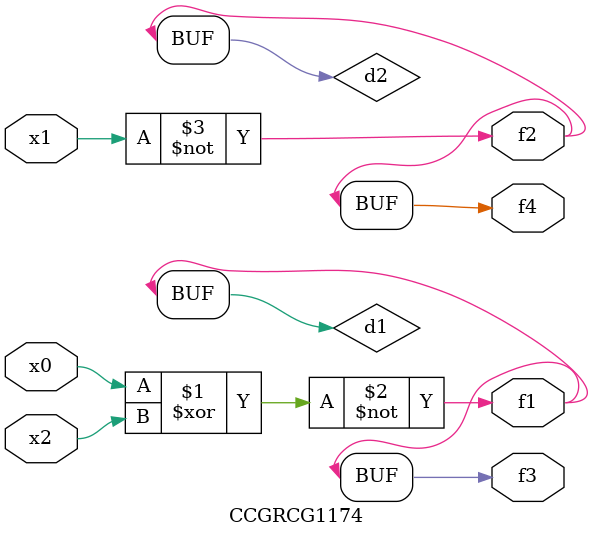
<source format=v>
module CCGRCG1174(
	input x0, x1, x2,
	output f1, f2, f3, f4
);

	wire d1, d2, d3;

	xnor (d1, x0, x2);
	nand (d2, x1);
	nor (d3, x1, x2);
	assign f1 = d1;
	assign f2 = d2;
	assign f3 = d1;
	assign f4 = d2;
endmodule

</source>
